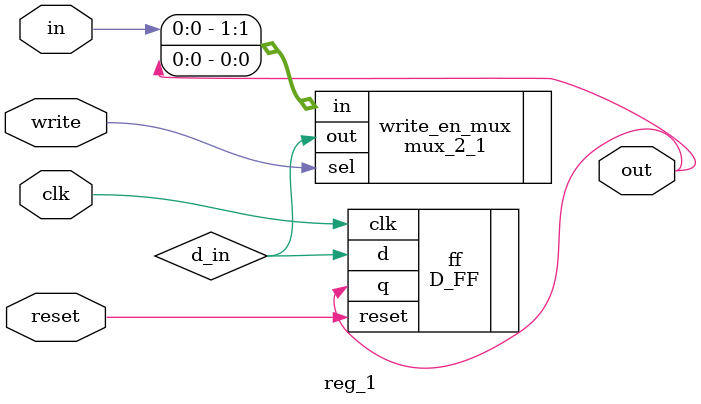
<source format=sv>
`timescale 1ns/10ps

module reg_1 (clk, reset, write, in, out);
	input  logic    clk, reset, write;
	input  logic    in;
	output logic    out;
    
	logic d_in; // mux output to D_FF
    
	mux_2_1 write_en_mux (.sel(write), .in({in, out}), .out(d_in));
	D_FF ff (.q(out), .d(d_in), .reset, .clk);
    
endmodule // reg_1
</source>
